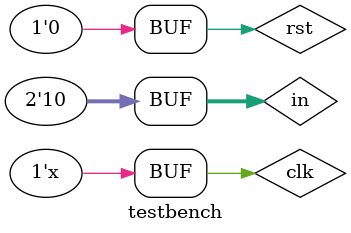
<source format=v>
module Assignment3part2(clk,rst,in,out);
input clk,rst;
input[1:0] in;
output reg[1:0] out;

// list the number of states here excluding state 3 because it's impossible to represent through 0 and 1 under binary digits of 4 possibilities 
parameter S0= 2'b00;   // state 0  0 cents
parameter S1= 2'b01;   // state 1  25 cents
parameter S2= 2'b10;   // state 2  50 cents
parameter S4= 2'b11;   // state 4  1 birr coin

reg[1:0] current_state,next_state;
always @(posedge clk)
		begin
				if(rst==1)
				begin
				current_state=0;
				next_state=0; 
				end
				else
				begin
					current_state=next_state;
						case(current_state)
						S0:if(in==0)   // reset state
								begin     // next_state goes to the state 0
								next_state=S0;
								out=0;
								end
								else if(in==2'b01)
								begin      // next_state goes to the state 1
								next_state=S1;
								out=0; 
								end
								else if(in==2'b10)
								begin     // next_state goes to the state 2
								next_state=S2;
								out=0;
								end
								else if(in==2'b11)
								begin     // next_state goes to the state 4
								next_state=S4;
								out=0;
								end
						
						// end of state 0
							S1:if(in==0) // 25 cent state
									begin     // next_state goes to the state 0
									next_state=S0;
									out=0;
									end
									else if(in==2'b01)
									begin     //next_state goes to the state 2
									next_state=S2;
									out=0; 
									end
									else if(in==2'b10)
									begin       //next_state goes to the state 4
									next_state=S4;
									out=0;
									end
									else if(in==2'b11)
									begin     //next_state goes to the state 0
									next_state=S0;
									out=1;
									end
						
						// end of state 1
							S2:if(in==0) // 50 cent state
									begin     //next_state goes to the state 0
									next_state=S0;
									out=0;
									end
									else if(in==2'b01)
									begin       //next_state goes to the state 4
									next_state=S4;
									out=0; 
									end
									else if(in==2'b10)
									begin     //next_state goes to the state 0
									next_state=S0;
									out=1;
									end
									else if(in==2'b11)
									begin    //next_state goes to the state 0
									next_state=S0;
									out=1;
									end
						
						// end of state 2
							S4:if(in==0)     // 1 birr state
									begin     // next_state goes to the state 0
									next_state=S0;
									out=0;
									end
									else if(in==2'b01)
									begin          //next_state goes to the state 4
									next_state=S4; 
									out=0; 
									end
									else if(in==2'b10)
									begin       //next_state goes to the state 0
									next_state=S0;
									out=1;
									end
									else if(in==2'b11)
									begin           //next_state goes to the state 0
									next_state=S0;
									out=1;
									end
						
						// end of state 4
						endcase
					end
end
endmodule





// testbench for assignment3 
module testbench;
reg clk,rst;
reg [1:0] in;
wire out;
// instantiate the UUT unit under test
Assignment3 uut(
.clk(clk),
.rst(rst),
.in(in),
.out(out)
);

initial
		begin
		clk=0;
		rst=1;
		#6 rst=0;
		in=1;
		#20 in=2;
		$dumpfile ("Assignment3.vcd");
		$dumpvars ("0,testbench");
		end

always #5 clk=~clk;

endmodule


















</source>
